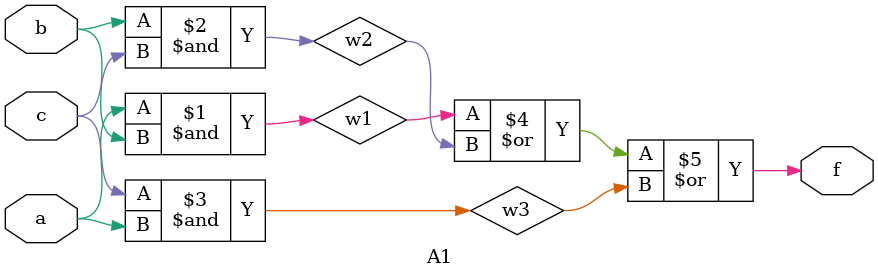
<source format=v>
`timescale 1ns / 1ps
module A1 (
    input a,
    input b,
    input c,
    output f
);

wire w1;
wire w2;
wire w3;

and g1(w1,a,b);
and g2(w2,b,c);
and g3(w3,c,a);
or g4(f,w1,w2,w3);

endmodule

</source>
